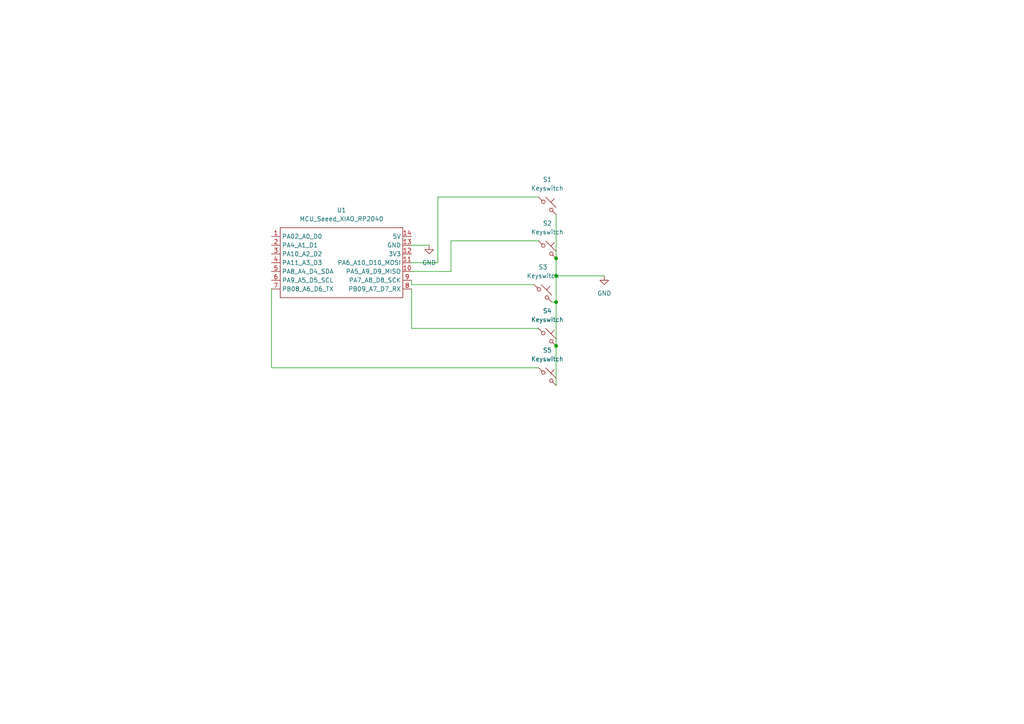
<source format=kicad_sch>
(kicad_sch (version 20231120) (generator "eeschema") (generator_version "8.0")
  (paper "A4")
  (lib_symbols
    (symbol "ScottoKeebs:MCU_Seeed_XIAO_RP2040"
      (property "Reference" "U" (at -16.51 11.43 0))
      (property "Value" "MCU_Seeed_XIAO_RP2040" (at -3.81 -11.43 0))
      (symbol "MCU_Seeed_XIAO_RP2040_0_1"
        (rectangle (start -16.51 10.16) (end 19.05 -10.16))
      )
      (symbol "MCU_Seeed_XIAO_RP2040_1_1"
        (pin passive line (at -19.05 7.62 0) (length 2.54) (name "PA02_A0_D0") (number "1"))
        (pin passive line (at 21.59 -2.54 180) (length 2.54) (name "PA5_A9_D9_MISO") (number "10"))
        (pin passive line (at 21.59 0 180) (length 2.54) (name "PA6_A10_D10_MOSI") (number "11"))
        (pin passive line (at 21.59 2.54 180) (length 2.54) (name "3V3") (number "12"))
        (pin passive line (at 21.59 5.08 180) (length 2.54) (name "GND") (number "13"))
        (pin passive line (at 21.59 7.62 180) (length 2.54) (name "5V") (number "14"))
        (pin passive line (at -19.05 5.08 0) (length 2.54) (name "PA4_A1_D1") (number "2"))
        (pin passive line (at -19.05 2.54 0) (length 2.54) (name "PA10_A2_D2") (number "3"))
        (pin passive line (at -19.05 0 0) (length 2.54) (name "PA11_A3_D3") (number "4"))
        (pin passive line (at -19.05 -2.54 0) (length 2.54) (name "PA8_A4_D4_SDA") (number "5"))
        (pin passive line (at -19.05 -5.08 0) (length 2.54) (name "PA9_A5_D5_SCL") (number "6"))
        (pin passive line (at -19.05 -7.62 0) (length 2.54) (name "PB08_A6_D6_TX") (number "7"))
        (pin passive line (at 21.59 -7.62 180) (length 2.54) (name "PB09_A7_D7_RX") (number "8"))
        (pin passive line (at 21.59 -5.08 180) (length 2.54) (name "PA7_A8_D8_SCK") (number "9"))
      )
    )
    (symbol "ScottoKeebs:Placeholder_Keyswitch" (pin_numbers hide) (pin_names (offset 1.016) hide)
      (property "Reference" "S" (at 3.048 1.016 0))
      (property "Value" "Keyswitch" (at 0 -3.81 0))
      (symbol "Placeholder_Keyswitch_0_1"
        (circle (center -1.1684 1.1684) (radius 0.508))
        (polyline (pts (xy -0.508 2.54) (xy 2.54 -0.508)))
        (polyline (pts (xy 1.016 1.016) (xy 2.032 2.032)))
        (polyline (pts (xy -2.54 2.54) (xy -1.524 1.524) (xy -1.524 1.524)))
        (polyline (pts (xy 1.524 -1.524) (xy 2.54 -2.54) (xy 2.54 -2.54) (xy 2.54 -2.54)))
        (circle (center 1.143 -1.1938) (radius 0.508))
        (pin passive line (at -2.54 2.54 0) (length 0) (name "1") (number "1"))
        (pin passive line (at 2.54 -2.54 180) (length 0) (name "2") (number "2"))
      )
    )
    (symbol "power:GND" (power) (pin_numbers hide) (pin_names (offset 0) hide)
      (property "Value" "GND" (at 0 -3.81 0))
      (symbol "GND_0_1"
        (polyline (pts (xy 0 0) (xy 0 -1.27) (xy 1.27 -1.27) (xy 0 -2.54) (xy -1.27 -1.27) (xy 0 -1.27)))
      )
      (symbol "GND_1_1"
        (pin power_in line (at 0 0 270) (length 0) (name "~") (number "1"))
      )
    )
  )
  (junction (at 161.29 80.01))
  (junction (at 161.29 100.33))
  (junction (at 161.29 87.63))
  (junction (at 161.29 74.93))
  (wire (pts (xy 127 57.15) (xy 127 76.2)))
  (wire (pts (xy 161.29 87.63) (xy 161.29 100.33)))
  (wire (pts (xy 78.74 106.68) (xy 78.74 83.82)))
  (wire (pts (xy 130.81 78.74) (xy 119.38 78.74)))
  (wire (pts (xy 161.29 62.23) (xy 161.29 74.93)))
  (wire (pts (xy 130.81 69.85) (xy 130.81 78.74)))
  (wire (pts (xy 161.29 87.63) (xy 160.02 87.63)))
  (wire (pts (xy 156.21 69.85) (xy 130.81 69.85)))
  (wire (pts (xy 119.38 95.25) (xy 156.21 95.25)))
  (wire (pts (xy 119.38 71.12) (xy 124.46 71.12)))
  (wire (pts (xy 161.29 100.33) (xy 161.29 111.76)))
  (wire (pts (xy 161.29 80.01) (xy 175.26 80.01)))
  (wire (pts (xy 161.29 74.93) (xy 161.29 80.01)))
  (wire (pts (xy 156.21 57.15) (xy 127 57.15)))
  (wire (pts (xy 161.29 80.01) (xy 161.29 87.63)))
  (wire (pts (xy 119.38 83.82) (xy 119.38 95.25)))
  (wire (pts (xy 154.94 82.55) (xy 119.38 82.55)))
  (wire (pts (xy 119.38 82.55) (xy 119.38 81.28)))
  (wire (pts (xy 156.21 106.68) (xy 78.74 106.68)))
  (wire (pts (xy 127 76.2) (xy 119.38 76.2)))
  (symbol (lib_id "power:GND") (at 175.26 80.01 0) (unit 1)
    (property "Reference" "#PWR01" (effects (hide yes)))
    (property "Value" "GND" (at 175.26 85.09 0))
    (property "Description" "Power symbol creates a global label with name \"GND\" , ground" (effects (hide yes)))
  )
  (symbol (lib_id "ScottoKeebs:Placeholder_Keyswitch") (at 158.75 109.22 0) (unit 1)
    (property "Reference" "S5" (at 158.75 101.6 0))
    (property "Value" "Keyswitch" (at 158.75 104.14 0))
    (property "Footprint" "ScottoKeebs_MX:MX_PCB_1.00u" (effects (hide yes)))
    (property "Description" "Push button switch, normally open, two pins, 45° tilted" (effects (hide yes)))
  )
  (symbol (lib_id "ScottoKeebs:Placeholder_Keyswitch") (at 157.48 85.09 0) (unit 1)
    (property "Reference" "S3" (at 157.48 77.47 0))
    (property "Value" "Keyswitch" (at 157.48 80.01 0))
    (property "Footprint" "ScottoKeebs_MX:MX_PCB_1.00u" (effects (hide yes)))
    (property "Description" "Push button switch, normally open, two pins, 45° tilted" (effects (hide yes)))
  )
  (symbol (lib_id "ScottoKeebs:Placeholder_Keyswitch") (at 158.75 97.79 0) (unit 1)
    (property "Reference" "S4" (at 158.75 90.17 0))
    (property "Value" "Keyswitch" (at 158.75 92.71 0))
    (property "Footprint" "ScottoKeebs_MX:MX_PCB_1.00u" (effects (hide yes)))
    (property "Description" "Push button switch, normally open, two pins, 45° tilted" (effects (hide yes)))
  )
  (symbol (lib_id "ScottoKeebs:Placeholder_Keyswitch") (at 158.75 72.39 0) (unit 1)
    (property "Reference" "S2" (at 158.75 64.77 0))
    (property "Value" "Keyswitch" (at 158.75 67.31 0))
    (property "Footprint" "ScottoKeebs_MX:MX_PCB_1.00u" (effects (hide yes)))
    (property "Description" "Push button switch, normally open, two pins, 45° tilted" (effects (hide yes)))
  )
  (symbol (lib_id "power:GND") (at 124.46 71.12 0) (unit 1)
    (property "Reference" "#PWR02" (effects (hide yes)))
    (property "Value" "GND" (at 124.46 76.2 0))
    (property "Description" "Power symbol creates a global label with name \"GND\" , ground" (effects (hide yes)))
  )
  (symbol (lib_id "ScottoKeebs:MCU_Seeed_XIAO_RP2040") (at 97.79 76.2 0) (unit 1)
    (property "Reference" "U1" (at 99.06 60.96 0))
    (property "Value" "MCU_Seeed_XIAO_RP2040" (at 99.06 63.5 0))
    (property "Footprint" "ScottoKeebs_MCU:Seeed_XIAO_RP2040" (effects (hide yes)))
  )
  (symbol (lib_id "ScottoKeebs:Placeholder_Keyswitch") (at 158.75 59.69 0) (unit 1)
    (property "Reference" "S1" (at 158.75 52.07 0))
    (property "Value" "Keyswitch" (at 158.75 54.61 0))
    (property "Footprint" "ScottoKeebs_MX:MX_PCB_1.00u" (effects (hide yes)))
    (property "Description" "Push button switch, normally open, two pins, 45° tilted" (effects (hide yes)))
  )
)
</source>
